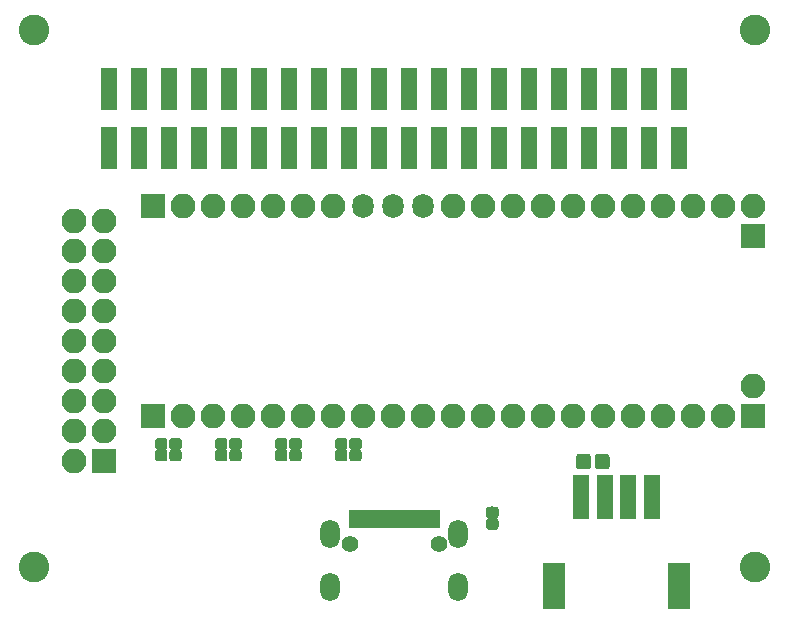
<source format=gts>
G04 #@! TF.GenerationSoftware,KiCad,Pcbnew,(5.0.0)*
G04 #@! TF.CreationDate,2020-06-15T03:47:07+09:00*
G04 #@! TF.ProjectId,WioTerminal_TangNano,57696F5465726D696E616C5F54616E67,rev?*
G04 #@! TF.SameCoordinates,Original*
G04 #@! TF.FileFunction,Soldermask,Top*
G04 #@! TF.FilePolarity,Negative*
%FSLAX46Y46*%
G04 Gerber Fmt 4.6, Leading zero omitted, Abs format (unit mm)*
G04 Created by KiCad (PCBNEW (5.0.0)) date 06/15/20 03:47:07*
%MOMM*%
%LPD*%
G01*
G04 APERTURE LIST*
%ADD10R,1.400000X3.800000*%
%ADD11R,1.900000X4.000000*%
%ADD12C,0.100000*%
%ADD13C,1.275000*%
%ADD14R,0.620000X1.600000*%
%ADD15C,1.400000*%
%ADD16O,1.650000X2.400000*%
%ADD17C,0.990000*%
%ADD18C,2.600000*%
%ADD19R,1.400000X3.550000*%
%ADD20O,2.100000X2.100000*%
%ADD21O,1.800000X2.100000*%
%ADD22R,2.100000X2.100000*%
G04 APERTURE END LIST*
D10*
G04 #@! TO.C,J3*
X55800000Y9450000D03*
X53800000Y9450000D03*
X51800000Y9450000D03*
X49800000Y9450000D03*
D11*
X47500000Y1950000D03*
X58100000Y1950000D03*
G04 #@! TD*
D12*
G04 #@! TO.C,C12*
G36*
X50362493Y13123465D02*
X50393435Y13118875D01*
X50423778Y13111275D01*
X50453230Y13100737D01*
X50481508Y13087362D01*
X50508338Y13071281D01*
X50533463Y13052647D01*
X50556640Y13031640D01*
X50577647Y13008463D01*
X50596281Y12983338D01*
X50612362Y12956508D01*
X50625737Y12928230D01*
X50636275Y12898778D01*
X50643875Y12868435D01*
X50648465Y12837493D01*
X50650000Y12806250D01*
X50650000Y12093750D01*
X50648465Y12062507D01*
X50643875Y12031565D01*
X50636275Y12001222D01*
X50625737Y11971770D01*
X50612362Y11943492D01*
X50596281Y11916662D01*
X50577647Y11891537D01*
X50556640Y11868360D01*
X50533463Y11847353D01*
X50508338Y11828719D01*
X50481508Y11812638D01*
X50453230Y11799263D01*
X50423778Y11788725D01*
X50393435Y11781125D01*
X50362493Y11776535D01*
X50331250Y11775000D01*
X49693750Y11775000D01*
X49662507Y11776535D01*
X49631565Y11781125D01*
X49601222Y11788725D01*
X49571770Y11799263D01*
X49543492Y11812638D01*
X49516662Y11828719D01*
X49491537Y11847353D01*
X49468360Y11868360D01*
X49447353Y11891537D01*
X49428719Y11916662D01*
X49412638Y11943492D01*
X49399263Y11971770D01*
X49388725Y12001222D01*
X49381125Y12031565D01*
X49376535Y12062507D01*
X49375000Y12093750D01*
X49375000Y12806250D01*
X49376535Y12837493D01*
X49381125Y12868435D01*
X49388725Y12898778D01*
X49399263Y12928230D01*
X49412638Y12956508D01*
X49428719Y12983338D01*
X49447353Y13008463D01*
X49468360Y13031640D01*
X49491537Y13052647D01*
X49516662Y13071281D01*
X49543492Y13087362D01*
X49571770Y13100737D01*
X49601222Y13111275D01*
X49631565Y13118875D01*
X49662507Y13123465D01*
X49693750Y13125000D01*
X50331250Y13125000D01*
X50362493Y13123465D01*
X50362493Y13123465D01*
G37*
D13*
X50012500Y12450000D03*
D12*
G36*
X51937493Y13123465D02*
X51968435Y13118875D01*
X51998778Y13111275D01*
X52028230Y13100737D01*
X52056508Y13087362D01*
X52083338Y13071281D01*
X52108463Y13052647D01*
X52131640Y13031640D01*
X52152647Y13008463D01*
X52171281Y12983338D01*
X52187362Y12956508D01*
X52200737Y12928230D01*
X52211275Y12898778D01*
X52218875Y12868435D01*
X52223465Y12837493D01*
X52225000Y12806250D01*
X52225000Y12093750D01*
X52223465Y12062507D01*
X52218875Y12031565D01*
X52211275Y12001222D01*
X52200737Y11971770D01*
X52187362Y11943492D01*
X52171281Y11916662D01*
X52152647Y11891537D01*
X52131640Y11868360D01*
X52108463Y11847353D01*
X52083338Y11828719D01*
X52056508Y11812638D01*
X52028230Y11799263D01*
X51998778Y11788725D01*
X51968435Y11781125D01*
X51937493Y11776535D01*
X51906250Y11775000D01*
X51268750Y11775000D01*
X51237507Y11776535D01*
X51206565Y11781125D01*
X51176222Y11788725D01*
X51146770Y11799263D01*
X51118492Y11812638D01*
X51091662Y11828719D01*
X51066537Y11847353D01*
X51043360Y11868360D01*
X51022353Y11891537D01*
X51003719Y11916662D01*
X50987638Y11943492D01*
X50974263Y11971770D01*
X50963725Y12001222D01*
X50956125Y12031565D01*
X50951535Y12062507D01*
X50950000Y12093750D01*
X50950000Y12806250D01*
X50951535Y12837493D01*
X50956125Y12868435D01*
X50963725Y12898778D01*
X50974263Y12928230D01*
X50987638Y12956508D01*
X51003719Y12983338D01*
X51022353Y13008463D01*
X51043360Y13031640D01*
X51066537Y13052647D01*
X51091662Y13071281D01*
X51118492Y13087362D01*
X51146770Y13100737D01*
X51176222Y13111275D01*
X51206565Y13118875D01*
X51237507Y13123465D01*
X51268750Y13125000D01*
X51906250Y13125000D01*
X51937493Y13123465D01*
X51937493Y13123465D01*
G37*
D13*
X51587500Y12450000D03*
G04 #@! TD*
D14*
G04 #@! TO.C,J8*
X30400000Y7600000D03*
X30800000Y7600000D03*
X31200000Y7600000D03*
X31600000Y7600000D03*
X32000000Y7600000D03*
X32400000Y7600000D03*
X32800000Y7600000D03*
X33200000Y7600000D03*
X33600000Y7600000D03*
X34000000Y7600000D03*
X34400000Y7600000D03*
X34800000Y7600000D03*
X35200000Y7600000D03*
X35600000Y7600000D03*
X36000000Y7600000D03*
X36400000Y7600000D03*
X36800000Y7600000D03*
X37200000Y7600000D03*
X37600000Y7600000D03*
D15*
X37750000Y5500000D03*
X30250000Y5500000D03*
D16*
X28575000Y6300000D03*
X39425000Y6300000D03*
X28575000Y1800000D03*
X39425000Y1800000D03*
G04 #@! TD*
D12*
G04 #@! TO.C,R5*
G36*
X31006759Y13458808D02*
X31030785Y13455244D01*
X31054345Y13449343D01*
X31077214Y13441160D01*
X31099171Y13430776D01*
X31120004Y13418289D01*
X31139512Y13403820D01*
X31157509Y13387509D01*
X31173820Y13369512D01*
X31188289Y13350004D01*
X31200776Y13329171D01*
X31211160Y13307214D01*
X31219343Y13284345D01*
X31225244Y13260785D01*
X31228808Y13236759D01*
X31230000Y13212500D01*
X31230000Y12717500D01*
X31228808Y12693241D01*
X31225244Y12669215D01*
X31219343Y12645655D01*
X31211160Y12622786D01*
X31200776Y12600829D01*
X31188289Y12579996D01*
X31173820Y12560488D01*
X31157509Y12542491D01*
X31139512Y12526180D01*
X31120004Y12511711D01*
X31099171Y12499224D01*
X31077214Y12488840D01*
X31054345Y12480657D01*
X31030785Y12474756D01*
X31006759Y12471192D01*
X30982500Y12470000D01*
X30437500Y12470000D01*
X30413241Y12471192D01*
X30389215Y12474756D01*
X30365655Y12480657D01*
X30342786Y12488840D01*
X30320829Y12499224D01*
X30299996Y12511711D01*
X30280488Y12526180D01*
X30262491Y12542491D01*
X30246180Y12560488D01*
X30231711Y12579996D01*
X30219224Y12600829D01*
X30208840Y12622786D01*
X30200657Y12645655D01*
X30194756Y12669215D01*
X30191192Y12693241D01*
X30190000Y12717500D01*
X30190000Y13212500D01*
X30191192Y13236759D01*
X30194756Y13260785D01*
X30200657Y13284345D01*
X30208840Y13307214D01*
X30219224Y13329171D01*
X30231711Y13350004D01*
X30246180Y13369512D01*
X30262491Y13387509D01*
X30280488Y13403820D01*
X30299996Y13418289D01*
X30320829Y13430776D01*
X30342786Y13441160D01*
X30365655Y13449343D01*
X30389215Y13455244D01*
X30413241Y13458808D01*
X30437500Y13460000D01*
X30982500Y13460000D01*
X31006759Y13458808D01*
X31006759Y13458808D01*
G37*
D17*
X30710000Y12965000D03*
D12*
G36*
X31006759Y14428808D02*
X31030785Y14425244D01*
X31054345Y14419343D01*
X31077214Y14411160D01*
X31099171Y14400776D01*
X31120004Y14388289D01*
X31139512Y14373820D01*
X31157509Y14357509D01*
X31173820Y14339512D01*
X31188289Y14320004D01*
X31200776Y14299171D01*
X31211160Y14277214D01*
X31219343Y14254345D01*
X31225244Y14230785D01*
X31228808Y14206759D01*
X31230000Y14182500D01*
X31230000Y13687500D01*
X31228808Y13663241D01*
X31225244Y13639215D01*
X31219343Y13615655D01*
X31211160Y13592786D01*
X31200776Y13570829D01*
X31188289Y13549996D01*
X31173820Y13530488D01*
X31157509Y13512491D01*
X31139512Y13496180D01*
X31120004Y13481711D01*
X31099171Y13469224D01*
X31077214Y13458840D01*
X31054345Y13450657D01*
X31030785Y13444756D01*
X31006759Y13441192D01*
X30982500Y13440000D01*
X30437500Y13440000D01*
X30413241Y13441192D01*
X30389215Y13444756D01*
X30365655Y13450657D01*
X30342786Y13458840D01*
X30320829Y13469224D01*
X30299996Y13481711D01*
X30280488Y13496180D01*
X30262491Y13512491D01*
X30246180Y13530488D01*
X30231711Y13549996D01*
X30219224Y13570829D01*
X30208840Y13592786D01*
X30200657Y13615655D01*
X30194756Y13639215D01*
X30191192Y13663241D01*
X30190000Y13687500D01*
X30190000Y14182500D01*
X30191192Y14206759D01*
X30194756Y14230785D01*
X30200657Y14254345D01*
X30208840Y14277214D01*
X30219224Y14299171D01*
X30231711Y14320004D01*
X30246180Y14339512D01*
X30262491Y14357509D01*
X30280488Y14373820D01*
X30299996Y14388289D01*
X30320829Y14400776D01*
X30342786Y14411160D01*
X30365655Y14419343D01*
X30389215Y14425244D01*
X30413241Y14428808D01*
X30437500Y14430000D01*
X30982500Y14430000D01*
X31006759Y14428808D01*
X31006759Y14428808D01*
G37*
D17*
X30710000Y13935000D03*
G04 #@! TD*
D12*
G04 #@! TO.C,R6*
G36*
X29806759Y14428808D02*
X29830785Y14425244D01*
X29854345Y14419343D01*
X29877214Y14411160D01*
X29899171Y14400776D01*
X29920004Y14388289D01*
X29939512Y14373820D01*
X29957509Y14357509D01*
X29973820Y14339512D01*
X29988289Y14320004D01*
X30000776Y14299171D01*
X30011160Y14277214D01*
X30019343Y14254345D01*
X30025244Y14230785D01*
X30028808Y14206759D01*
X30030000Y14182500D01*
X30030000Y13687500D01*
X30028808Y13663241D01*
X30025244Y13639215D01*
X30019343Y13615655D01*
X30011160Y13592786D01*
X30000776Y13570829D01*
X29988289Y13549996D01*
X29973820Y13530488D01*
X29957509Y13512491D01*
X29939512Y13496180D01*
X29920004Y13481711D01*
X29899171Y13469224D01*
X29877214Y13458840D01*
X29854345Y13450657D01*
X29830785Y13444756D01*
X29806759Y13441192D01*
X29782500Y13440000D01*
X29237500Y13440000D01*
X29213241Y13441192D01*
X29189215Y13444756D01*
X29165655Y13450657D01*
X29142786Y13458840D01*
X29120829Y13469224D01*
X29099996Y13481711D01*
X29080488Y13496180D01*
X29062491Y13512491D01*
X29046180Y13530488D01*
X29031711Y13549996D01*
X29019224Y13570829D01*
X29008840Y13592786D01*
X29000657Y13615655D01*
X28994756Y13639215D01*
X28991192Y13663241D01*
X28990000Y13687500D01*
X28990000Y14182500D01*
X28991192Y14206759D01*
X28994756Y14230785D01*
X29000657Y14254345D01*
X29008840Y14277214D01*
X29019224Y14299171D01*
X29031711Y14320004D01*
X29046180Y14339512D01*
X29062491Y14357509D01*
X29080488Y14373820D01*
X29099996Y14388289D01*
X29120829Y14400776D01*
X29142786Y14411160D01*
X29165655Y14419343D01*
X29189215Y14425244D01*
X29213241Y14428808D01*
X29237500Y14430000D01*
X29782500Y14430000D01*
X29806759Y14428808D01*
X29806759Y14428808D01*
G37*
D17*
X29510000Y13935000D03*
D12*
G36*
X29806759Y13458808D02*
X29830785Y13455244D01*
X29854345Y13449343D01*
X29877214Y13441160D01*
X29899171Y13430776D01*
X29920004Y13418289D01*
X29939512Y13403820D01*
X29957509Y13387509D01*
X29973820Y13369512D01*
X29988289Y13350004D01*
X30000776Y13329171D01*
X30011160Y13307214D01*
X30019343Y13284345D01*
X30025244Y13260785D01*
X30028808Y13236759D01*
X30030000Y13212500D01*
X30030000Y12717500D01*
X30028808Y12693241D01*
X30025244Y12669215D01*
X30019343Y12645655D01*
X30011160Y12622786D01*
X30000776Y12600829D01*
X29988289Y12579996D01*
X29973820Y12560488D01*
X29957509Y12542491D01*
X29939512Y12526180D01*
X29920004Y12511711D01*
X29899171Y12499224D01*
X29877214Y12488840D01*
X29854345Y12480657D01*
X29830785Y12474756D01*
X29806759Y12471192D01*
X29782500Y12470000D01*
X29237500Y12470000D01*
X29213241Y12471192D01*
X29189215Y12474756D01*
X29165655Y12480657D01*
X29142786Y12488840D01*
X29120829Y12499224D01*
X29099996Y12511711D01*
X29080488Y12526180D01*
X29062491Y12542491D01*
X29046180Y12560488D01*
X29031711Y12579996D01*
X29019224Y12600829D01*
X29008840Y12622786D01*
X29000657Y12645655D01*
X28994756Y12669215D01*
X28991192Y12693241D01*
X28990000Y12717500D01*
X28990000Y13212500D01*
X28991192Y13236759D01*
X28994756Y13260785D01*
X29000657Y13284345D01*
X29008840Y13307214D01*
X29019224Y13329171D01*
X29031711Y13350004D01*
X29046180Y13369512D01*
X29062491Y13387509D01*
X29080488Y13403820D01*
X29099996Y13418289D01*
X29120829Y13430776D01*
X29142786Y13441160D01*
X29165655Y13449343D01*
X29189215Y13455244D01*
X29213241Y13458808D01*
X29237500Y13460000D01*
X29782500Y13460000D01*
X29806759Y13458808D01*
X29806759Y13458808D01*
G37*
D17*
X29510000Y12965000D03*
G04 #@! TD*
D12*
G04 #@! TO.C,R7*
G36*
X25926759Y14428808D02*
X25950785Y14425244D01*
X25974345Y14419343D01*
X25997214Y14411160D01*
X26019171Y14400776D01*
X26040004Y14388289D01*
X26059512Y14373820D01*
X26077509Y14357509D01*
X26093820Y14339512D01*
X26108289Y14320004D01*
X26120776Y14299171D01*
X26131160Y14277214D01*
X26139343Y14254345D01*
X26145244Y14230785D01*
X26148808Y14206759D01*
X26150000Y14182500D01*
X26150000Y13687500D01*
X26148808Y13663241D01*
X26145244Y13639215D01*
X26139343Y13615655D01*
X26131160Y13592786D01*
X26120776Y13570829D01*
X26108289Y13549996D01*
X26093820Y13530488D01*
X26077509Y13512491D01*
X26059512Y13496180D01*
X26040004Y13481711D01*
X26019171Y13469224D01*
X25997214Y13458840D01*
X25974345Y13450657D01*
X25950785Y13444756D01*
X25926759Y13441192D01*
X25902500Y13440000D01*
X25357500Y13440000D01*
X25333241Y13441192D01*
X25309215Y13444756D01*
X25285655Y13450657D01*
X25262786Y13458840D01*
X25240829Y13469224D01*
X25219996Y13481711D01*
X25200488Y13496180D01*
X25182491Y13512491D01*
X25166180Y13530488D01*
X25151711Y13549996D01*
X25139224Y13570829D01*
X25128840Y13592786D01*
X25120657Y13615655D01*
X25114756Y13639215D01*
X25111192Y13663241D01*
X25110000Y13687500D01*
X25110000Y14182500D01*
X25111192Y14206759D01*
X25114756Y14230785D01*
X25120657Y14254345D01*
X25128840Y14277214D01*
X25139224Y14299171D01*
X25151711Y14320004D01*
X25166180Y14339512D01*
X25182491Y14357509D01*
X25200488Y14373820D01*
X25219996Y14388289D01*
X25240829Y14400776D01*
X25262786Y14411160D01*
X25285655Y14419343D01*
X25309215Y14425244D01*
X25333241Y14428808D01*
X25357500Y14430000D01*
X25902500Y14430000D01*
X25926759Y14428808D01*
X25926759Y14428808D01*
G37*
D17*
X25630000Y13935000D03*
D12*
G36*
X25926759Y13458808D02*
X25950785Y13455244D01*
X25974345Y13449343D01*
X25997214Y13441160D01*
X26019171Y13430776D01*
X26040004Y13418289D01*
X26059512Y13403820D01*
X26077509Y13387509D01*
X26093820Y13369512D01*
X26108289Y13350004D01*
X26120776Y13329171D01*
X26131160Y13307214D01*
X26139343Y13284345D01*
X26145244Y13260785D01*
X26148808Y13236759D01*
X26150000Y13212500D01*
X26150000Y12717500D01*
X26148808Y12693241D01*
X26145244Y12669215D01*
X26139343Y12645655D01*
X26131160Y12622786D01*
X26120776Y12600829D01*
X26108289Y12579996D01*
X26093820Y12560488D01*
X26077509Y12542491D01*
X26059512Y12526180D01*
X26040004Y12511711D01*
X26019171Y12499224D01*
X25997214Y12488840D01*
X25974345Y12480657D01*
X25950785Y12474756D01*
X25926759Y12471192D01*
X25902500Y12470000D01*
X25357500Y12470000D01*
X25333241Y12471192D01*
X25309215Y12474756D01*
X25285655Y12480657D01*
X25262786Y12488840D01*
X25240829Y12499224D01*
X25219996Y12511711D01*
X25200488Y12526180D01*
X25182491Y12542491D01*
X25166180Y12560488D01*
X25151711Y12579996D01*
X25139224Y12600829D01*
X25128840Y12622786D01*
X25120657Y12645655D01*
X25114756Y12669215D01*
X25111192Y12693241D01*
X25110000Y12717500D01*
X25110000Y13212500D01*
X25111192Y13236759D01*
X25114756Y13260785D01*
X25120657Y13284345D01*
X25128840Y13307214D01*
X25139224Y13329171D01*
X25151711Y13350004D01*
X25166180Y13369512D01*
X25182491Y13387509D01*
X25200488Y13403820D01*
X25219996Y13418289D01*
X25240829Y13430776D01*
X25262786Y13441160D01*
X25285655Y13449343D01*
X25309215Y13455244D01*
X25333241Y13458808D01*
X25357500Y13460000D01*
X25902500Y13460000D01*
X25926759Y13458808D01*
X25926759Y13458808D01*
G37*
D17*
X25630000Y12965000D03*
G04 #@! TD*
D12*
G04 #@! TO.C,R8*
G36*
X24726759Y13458808D02*
X24750785Y13455244D01*
X24774345Y13449343D01*
X24797214Y13441160D01*
X24819171Y13430776D01*
X24840004Y13418289D01*
X24859512Y13403820D01*
X24877509Y13387509D01*
X24893820Y13369512D01*
X24908289Y13350004D01*
X24920776Y13329171D01*
X24931160Y13307214D01*
X24939343Y13284345D01*
X24945244Y13260785D01*
X24948808Y13236759D01*
X24950000Y13212500D01*
X24950000Y12717500D01*
X24948808Y12693241D01*
X24945244Y12669215D01*
X24939343Y12645655D01*
X24931160Y12622786D01*
X24920776Y12600829D01*
X24908289Y12579996D01*
X24893820Y12560488D01*
X24877509Y12542491D01*
X24859512Y12526180D01*
X24840004Y12511711D01*
X24819171Y12499224D01*
X24797214Y12488840D01*
X24774345Y12480657D01*
X24750785Y12474756D01*
X24726759Y12471192D01*
X24702500Y12470000D01*
X24157500Y12470000D01*
X24133241Y12471192D01*
X24109215Y12474756D01*
X24085655Y12480657D01*
X24062786Y12488840D01*
X24040829Y12499224D01*
X24019996Y12511711D01*
X24000488Y12526180D01*
X23982491Y12542491D01*
X23966180Y12560488D01*
X23951711Y12579996D01*
X23939224Y12600829D01*
X23928840Y12622786D01*
X23920657Y12645655D01*
X23914756Y12669215D01*
X23911192Y12693241D01*
X23910000Y12717500D01*
X23910000Y13212500D01*
X23911192Y13236759D01*
X23914756Y13260785D01*
X23920657Y13284345D01*
X23928840Y13307214D01*
X23939224Y13329171D01*
X23951711Y13350004D01*
X23966180Y13369512D01*
X23982491Y13387509D01*
X24000488Y13403820D01*
X24019996Y13418289D01*
X24040829Y13430776D01*
X24062786Y13441160D01*
X24085655Y13449343D01*
X24109215Y13455244D01*
X24133241Y13458808D01*
X24157500Y13460000D01*
X24702500Y13460000D01*
X24726759Y13458808D01*
X24726759Y13458808D01*
G37*
D17*
X24430000Y12965000D03*
D12*
G36*
X24726759Y14428808D02*
X24750785Y14425244D01*
X24774345Y14419343D01*
X24797214Y14411160D01*
X24819171Y14400776D01*
X24840004Y14388289D01*
X24859512Y14373820D01*
X24877509Y14357509D01*
X24893820Y14339512D01*
X24908289Y14320004D01*
X24920776Y14299171D01*
X24931160Y14277214D01*
X24939343Y14254345D01*
X24945244Y14230785D01*
X24948808Y14206759D01*
X24950000Y14182500D01*
X24950000Y13687500D01*
X24948808Y13663241D01*
X24945244Y13639215D01*
X24939343Y13615655D01*
X24931160Y13592786D01*
X24920776Y13570829D01*
X24908289Y13549996D01*
X24893820Y13530488D01*
X24877509Y13512491D01*
X24859512Y13496180D01*
X24840004Y13481711D01*
X24819171Y13469224D01*
X24797214Y13458840D01*
X24774345Y13450657D01*
X24750785Y13444756D01*
X24726759Y13441192D01*
X24702500Y13440000D01*
X24157500Y13440000D01*
X24133241Y13441192D01*
X24109215Y13444756D01*
X24085655Y13450657D01*
X24062786Y13458840D01*
X24040829Y13469224D01*
X24019996Y13481711D01*
X24000488Y13496180D01*
X23982491Y13512491D01*
X23966180Y13530488D01*
X23951711Y13549996D01*
X23939224Y13570829D01*
X23928840Y13592786D01*
X23920657Y13615655D01*
X23914756Y13639215D01*
X23911192Y13663241D01*
X23910000Y13687500D01*
X23910000Y14182500D01*
X23911192Y14206759D01*
X23914756Y14230785D01*
X23920657Y14254345D01*
X23928840Y14277214D01*
X23939224Y14299171D01*
X23951711Y14320004D01*
X23966180Y14339512D01*
X23982491Y14357509D01*
X24000488Y14373820D01*
X24019996Y14388289D01*
X24040829Y14400776D01*
X24062786Y14411160D01*
X24085655Y14419343D01*
X24109215Y14425244D01*
X24133241Y14428808D01*
X24157500Y14430000D01*
X24702500Y14430000D01*
X24726759Y14428808D01*
X24726759Y14428808D01*
G37*
D17*
X24430000Y13935000D03*
G04 #@! TD*
D12*
G04 #@! TO.C,R9*
G36*
X20846759Y14428808D02*
X20870785Y14425244D01*
X20894345Y14419343D01*
X20917214Y14411160D01*
X20939171Y14400776D01*
X20960004Y14388289D01*
X20979512Y14373820D01*
X20997509Y14357509D01*
X21013820Y14339512D01*
X21028289Y14320004D01*
X21040776Y14299171D01*
X21051160Y14277214D01*
X21059343Y14254345D01*
X21065244Y14230785D01*
X21068808Y14206759D01*
X21070000Y14182500D01*
X21070000Y13687500D01*
X21068808Y13663241D01*
X21065244Y13639215D01*
X21059343Y13615655D01*
X21051160Y13592786D01*
X21040776Y13570829D01*
X21028289Y13549996D01*
X21013820Y13530488D01*
X20997509Y13512491D01*
X20979512Y13496180D01*
X20960004Y13481711D01*
X20939171Y13469224D01*
X20917214Y13458840D01*
X20894345Y13450657D01*
X20870785Y13444756D01*
X20846759Y13441192D01*
X20822500Y13440000D01*
X20277500Y13440000D01*
X20253241Y13441192D01*
X20229215Y13444756D01*
X20205655Y13450657D01*
X20182786Y13458840D01*
X20160829Y13469224D01*
X20139996Y13481711D01*
X20120488Y13496180D01*
X20102491Y13512491D01*
X20086180Y13530488D01*
X20071711Y13549996D01*
X20059224Y13570829D01*
X20048840Y13592786D01*
X20040657Y13615655D01*
X20034756Y13639215D01*
X20031192Y13663241D01*
X20030000Y13687500D01*
X20030000Y14182500D01*
X20031192Y14206759D01*
X20034756Y14230785D01*
X20040657Y14254345D01*
X20048840Y14277214D01*
X20059224Y14299171D01*
X20071711Y14320004D01*
X20086180Y14339512D01*
X20102491Y14357509D01*
X20120488Y14373820D01*
X20139996Y14388289D01*
X20160829Y14400776D01*
X20182786Y14411160D01*
X20205655Y14419343D01*
X20229215Y14425244D01*
X20253241Y14428808D01*
X20277500Y14430000D01*
X20822500Y14430000D01*
X20846759Y14428808D01*
X20846759Y14428808D01*
G37*
D17*
X20550000Y13935000D03*
D12*
G36*
X20846759Y13458808D02*
X20870785Y13455244D01*
X20894345Y13449343D01*
X20917214Y13441160D01*
X20939171Y13430776D01*
X20960004Y13418289D01*
X20979512Y13403820D01*
X20997509Y13387509D01*
X21013820Y13369512D01*
X21028289Y13350004D01*
X21040776Y13329171D01*
X21051160Y13307214D01*
X21059343Y13284345D01*
X21065244Y13260785D01*
X21068808Y13236759D01*
X21070000Y13212500D01*
X21070000Y12717500D01*
X21068808Y12693241D01*
X21065244Y12669215D01*
X21059343Y12645655D01*
X21051160Y12622786D01*
X21040776Y12600829D01*
X21028289Y12579996D01*
X21013820Y12560488D01*
X20997509Y12542491D01*
X20979512Y12526180D01*
X20960004Y12511711D01*
X20939171Y12499224D01*
X20917214Y12488840D01*
X20894345Y12480657D01*
X20870785Y12474756D01*
X20846759Y12471192D01*
X20822500Y12470000D01*
X20277500Y12470000D01*
X20253241Y12471192D01*
X20229215Y12474756D01*
X20205655Y12480657D01*
X20182786Y12488840D01*
X20160829Y12499224D01*
X20139996Y12511711D01*
X20120488Y12526180D01*
X20102491Y12542491D01*
X20086180Y12560488D01*
X20071711Y12579996D01*
X20059224Y12600829D01*
X20048840Y12622786D01*
X20040657Y12645655D01*
X20034756Y12669215D01*
X20031192Y12693241D01*
X20030000Y12717500D01*
X20030000Y13212500D01*
X20031192Y13236759D01*
X20034756Y13260785D01*
X20040657Y13284345D01*
X20048840Y13307214D01*
X20059224Y13329171D01*
X20071711Y13350004D01*
X20086180Y13369512D01*
X20102491Y13387509D01*
X20120488Y13403820D01*
X20139996Y13418289D01*
X20160829Y13430776D01*
X20182786Y13441160D01*
X20205655Y13449343D01*
X20229215Y13455244D01*
X20253241Y13458808D01*
X20277500Y13460000D01*
X20822500Y13460000D01*
X20846759Y13458808D01*
X20846759Y13458808D01*
G37*
D17*
X20550000Y12965000D03*
G04 #@! TD*
D12*
G04 #@! TO.C,R10*
G36*
X19646759Y13458808D02*
X19670785Y13455244D01*
X19694345Y13449343D01*
X19717214Y13441160D01*
X19739171Y13430776D01*
X19760004Y13418289D01*
X19779512Y13403820D01*
X19797509Y13387509D01*
X19813820Y13369512D01*
X19828289Y13350004D01*
X19840776Y13329171D01*
X19851160Y13307214D01*
X19859343Y13284345D01*
X19865244Y13260785D01*
X19868808Y13236759D01*
X19870000Y13212500D01*
X19870000Y12717500D01*
X19868808Y12693241D01*
X19865244Y12669215D01*
X19859343Y12645655D01*
X19851160Y12622786D01*
X19840776Y12600829D01*
X19828289Y12579996D01*
X19813820Y12560488D01*
X19797509Y12542491D01*
X19779512Y12526180D01*
X19760004Y12511711D01*
X19739171Y12499224D01*
X19717214Y12488840D01*
X19694345Y12480657D01*
X19670785Y12474756D01*
X19646759Y12471192D01*
X19622500Y12470000D01*
X19077500Y12470000D01*
X19053241Y12471192D01*
X19029215Y12474756D01*
X19005655Y12480657D01*
X18982786Y12488840D01*
X18960829Y12499224D01*
X18939996Y12511711D01*
X18920488Y12526180D01*
X18902491Y12542491D01*
X18886180Y12560488D01*
X18871711Y12579996D01*
X18859224Y12600829D01*
X18848840Y12622786D01*
X18840657Y12645655D01*
X18834756Y12669215D01*
X18831192Y12693241D01*
X18830000Y12717500D01*
X18830000Y13212500D01*
X18831192Y13236759D01*
X18834756Y13260785D01*
X18840657Y13284345D01*
X18848840Y13307214D01*
X18859224Y13329171D01*
X18871711Y13350004D01*
X18886180Y13369512D01*
X18902491Y13387509D01*
X18920488Y13403820D01*
X18939996Y13418289D01*
X18960829Y13430776D01*
X18982786Y13441160D01*
X19005655Y13449343D01*
X19029215Y13455244D01*
X19053241Y13458808D01*
X19077500Y13460000D01*
X19622500Y13460000D01*
X19646759Y13458808D01*
X19646759Y13458808D01*
G37*
D17*
X19350000Y12965000D03*
D12*
G36*
X19646759Y14428808D02*
X19670785Y14425244D01*
X19694345Y14419343D01*
X19717214Y14411160D01*
X19739171Y14400776D01*
X19760004Y14388289D01*
X19779512Y14373820D01*
X19797509Y14357509D01*
X19813820Y14339512D01*
X19828289Y14320004D01*
X19840776Y14299171D01*
X19851160Y14277214D01*
X19859343Y14254345D01*
X19865244Y14230785D01*
X19868808Y14206759D01*
X19870000Y14182500D01*
X19870000Y13687500D01*
X19868808Y13663241D01*
X19865244Y13639215D01*
X19859343Y13615655D01*
X19851160Y13592786D01*
X19840776Y13570829D01*
X19828289Y13549996D01*
X19813820Y13530488D01*
X19797509Y13512491D01*
X19779512Y13496180D01*
X19760004Y13481711D01*
X19739171Y13469224D01*
X19717214Y13458840D01*
X19694345Y13450657D01*
X19670785Y13444756D01*
X19646759Y13441192D01*
X19622500Y13440000D01*
X19077500Y13440000D01*
X19053241Y13441192D01*
X19029215Y13444756D01*
X19005655Y13450657D01*
X18982786Y13458840D01*
X18960829Y13469224D01*
X18939996Y13481711D01*
X18920488Y13496180D01*
X18902491Y13512491D01*
X18886180Y13530488D01*
X18871711Y13549996D01*
X18859224Y13570829D01*
X18848840Y13592786D01*
X18840657Y13615655D01*
X18834756Y13639215D01*
X18831192Y13663241D01*
X18830000Y13687500D01*
X18830000Y14182500D01*
X18831192Y14206759D01*
X18834756Y14230785D01*
X18840657Y14254345D01*
X18848840Y14277214D01*
X18859224Y14299171D01*
X18871711Y14320004D01*
X18886180Y14339512D01*
X18902491Y14357509D01*
X18920488Y14373820D01*
X18939996Y14388289D01*
X18960829Y14400776D01*
X18982786Y14411160D01*
X19005655Y14419343D01*
X19029215Y14425244D01*
X19053241Y14428808D01*
X19077500Y14430000D01*
X19622500Y14430000D01*
X19646759Y14428808D01*
X19646759Y14428808D01*
G37*
D17*
X19350000Y13935000D03*
G04 #@! TD*
D12*
G04 #@! TO.C,R15*
G36*
X15766759Y14428808D02*
X15790785Y14425244D01*
X15814345Y14419343D01*
X15837214Y14411160D01*
X15859171Y14400776D01*
X15880004Y14388289D01*
X15899512Y14373820D01*
X15917509Y14357509D01*
X15933820Y14339512D01*
X15948289Y14320004D01*
X15960776Y14299171D01*
X15971160Y14277214D01*
X15979343Y14254345D01*
X15985244Y14230785D01*
X15988808Y14206759D01*
X15990000Y14182500D01*
X15990000Y13687500D01*
X15988808Y13663241D01*
X15985244Y13639215D01*
X15979343Y13615655D01*
X15971160Y13592786D01*
X15960776Y13570829D01*
X15948289Y13549996D01*
X15933820Y13530488D01*
X15917509Y13512491D01*
X15899512Y13496180D01*
X15880004Y13481711D01*
X15859171Y13469224D01*
X15837214Y13458840D01*
X15814345Y13450657D01*
X15790785Y13444756D01*
X15766759Y13441192D01*
X15742500Y13440000D01*
X15197500Y13440000D01*
X15173241Y13441192D01*
X15149215Y13444756D01*
X15125655Y13450657D01*
X15102786Y13458840D01*
X15080829Y13469224D01*
X15059996Y13481711D01*
X15040488Y13496180D01*
X15022491Y13512491D01*
X15006180Y13530488D01*
X14991711Y13549996D01*
X14979224Y13570829D01*
X14968840Y13592786D01*
X14960657Y13615655D01*
X14954756Y13639215D01*
X14951192Y13663241D01*
X14950000Y13687500D01*
X14950000Y14182500D01*
X14951192Y14206759D01*
X14954756Y14230785D01*
X14960657Y14254345D01*
X14968840Y14277214D01*
X14979224Y14299171D01*
X14991711Y14320004D01*
X15006180Y14339512D01*
X15022491Y14357509D01*
X15040488Y14373820D01*
X15059996Y14388289D01*
X15080829Y14400776D01*
X15102786Y14411160D01*
X15125655Y14419343D01*
X15149215Y14425244D01*
X15173241Y14428808D01*
X15197500Y14430000D01*
X15742500Y14430000D01*
X15766759Y14428808D01*
X15766759Y14428808D01*
G37*
D17*
X15470000Y13935000D03*
D12*
G36*
X15766759Y13458808D02*
X15790785Y13455244D01*
X15814345Y13449343D01*
X15837214Y13441160D01*
X15859171Y13430776D01*
X15880004Y13418289D01*
X15899512Y13403820D01*
X15917509Y13387509D01*
X15933820Y13369512D01*
X15948289Y13350004D01*
X15960776Y13329171D01*
X15971160Y13307214D01*
X15979343Y13284345D01*
X15985244Y13260785D01*
X15988808Y13236759D01*
X15990000Y13212500D01*
X15990000Y12717500D01*
X15988808Y12693241D01*
X15985244Y12669215D01*
X15979343Y12645655D01*
X15971160Y12622786D01*
X15960776Y12600829D01*
X15948289Y12579996D01*
X15933820Y12560488D01*
X15917509Y12542491D01*
X15899512Y12526180D01*
X15880004Y12511711D01*
X15859171Y12499224D01*
X15837214Y12488840D01*
X15814345Y12480657D01*
X15790785Y12474756D01*
X15766759Y12471192D01*
X15742500Y12470000D01*
X15197500Y12470000D01*
X15173241Y12471192D01*
X15149215Y12474756D01*
X15125655Y12480657D01*
X15102786Y12488840D01*
X15080829Y12499224D01*
X15059996Y12511711D01*
X15040488Y12526180D01*
X15022491Y12542491D01*
X15006180Y12560488D01*
X14991711Y12579996D01*
X14979224Y12600829D01*
X14968840Y12622786D01*
X14960657Y12645655D01*
X14954756Y12669215D01*
X14951192Y12693241D01*
X14950000Y12717500D01*
X14950000Y13212500D01*
X14951192Y13236759D01*
X14954756Y13260785D01*
X14960657Y13284345D01*
X14968840Y13307214D01*
X14979224Y13329171D01*
X14991711Y13350004D01*
X15006180Y13369512D01*
X15022491Y13387509D01*
X15040488Y13403820D01*
X15059996Y13418289D01*
X15080829Y13430776D01*
X15102786Y13441160D01*
X15125655Y13449343D01*
X15149215Y13455244D01*
X15173241Y13458808D01*
X15197500Y13460000D01*
X15742500Y13460000D01*
X15766759Y13458808D01*
X15766759Y13458808D01*
G37*
D17*
X15470000Y12965000D03*
G04 #@! TD*
D12*
G04 #@! TO.C,R16*
G36*
X14566759Y13458808D02*
X14590785Y13455244D01*
X14614345Y13449343D01*
X14637214Y13441160D01*
X14659171Y13430776D01*
X14680004Y13418289D01*
X14699512Y13403820D01*
X14717509Y13387509D01*
X14733820Y13369512D01*
X14748289Y13350004D01*
X14760776Y13329171D01*
X14771160Y13307214D01*
X14779343Y13284345D01*
X14785244Y13260785D01*
X14788808Y13236759D01*
X14790000Y13212500D01*
X14790000Y12717500D01*
X14788808Y12693241D01*
X14785244Y12669215D01*
X14779343Y12645655D01*
X14771160Y12622786D01*
X14760776Y12600829D01*
X14748289Y12579996D01*
X14733820Y12560488D01*
X14717509Y12542491D01*
X14699512Y12526180D01*
X14680004Y12511711D01*
X14659171Y12499224D01*
X14637214Y12488840D01*
X14614345Y12480657D01*
X14590785Y12474756D01*
X14566759Y12471192D01*
X14542500Y12470000D01*
X13997500Y12470000D01*
X13973241Y12471192D01*
X13949215Y12474756D01*
X13925655Y12480657D01*
X13902786Y12488840D01*
X13880829Y12499224D01*
X13859996Y12511711D01*
X13840488Y12526180D01*
X13822491Y12542491D01*
X13806180Y12560488D01*
X13791711Y12579996D01*
X13779224Y12600829D01*
X13768840Y12622786D01*
X13760657Y12645655D01*
X13754756Y12669215D01*
X13751192Y12693241D01*
X13750000Y12717500D01*
X13750000Y13212500D01*
X13751192Y13236759D01*
X13754756Y13260785D01*
X13760657Y13284345D01*
X13768840Y13307214D01*
X13779224Y13329171D01*
X13791711Y13350004D01*
X13806180Y13369512D01*
X13822491Y13387509D01*
X13840488Y13403820D01*
X13859996Y13418289D01*
X13880829Y13430776D01*
X13902786Y13441160D01*
X13925655Y13449343D01*
X13949215Y13455244D01*
X13973241Y13458808D01*
X13997500Y13460000D01*
X14542500Y13460000D01*
X14566759Y13458808D01*
X14566759Y13458808D01*
G37*
D17*
X14270000Y12965000D03*
D12*
G36*
X14566759Y14428808D02*
X14590785Y14425244D01*
X14614345Y14419343D01*
X14637214Y14411160D01*
X14659171Y14400776D01*
X14680004Y14388289D01*
X14699512Y14373820D01*
X14717509Y14357509D01*
X14733820Y14339512D01*
X14748289Y14320004D01*
X14760776Y14299171D01*
X14771160Y14277214D01*
X14779343Y14254345D01*
X14785244Y14230785D01*
X14788808Y14206759D01*
X14790000Y14182500D01*
X14790000Y13687500D01*
X14788808Y13663241D01*
X14785244Y13639215D01*
X14779343Y13615655D01*
X14771160Y13592786D01*
X14760776Y13570829D01*
X14748289Y13549996D01*
X14733820Y13530488D01*
X14717509Y13512491D01*
X14699512Y13496180D01*
X14680004Y13481711D01*
X14659171Y13469224D01*
X14637214Y13458840D01*
X14614345Y13450657D01*
X14590785Y13444756D01*
X14566759Y13441192D01*
X14542500Y13440000D01*
X13997500Y13440000D01*
X13973241Y13441192D01*
X13949215Y13444756D01*
X13925655Y13450657D01*
X13902786Y13458840D01*
X13880829Y13469224D01*
X13859996Y13481711D01*
X13840488Y13496180D01*
X13822491Y13512491D01*
X13806180Y13530488D01*
X13791711Y13549996D01*
X13779224Y13570829D01*
X13768840Y13592786D01*
X13760657Y13615655D01*
X13754756Y13639215D01*
X13751192Y13663241D01*
X13750000Y13687500D01*
X13750000Y14182500D01*
X13751192Y14206759D01*
X13754756Y14230785D01*
X13760657Y14254345D01*
X13768840Y14277214D01*
X13779224Y14299171D01*
X13791711Y14320004D01*
X13806180Y14339512D01*
X13822491Y14357509D01*
X13840488Y14373820D01*
X13859996Y14388289D01*
X13880829Y14400776D01*
X13902786Y14411160D01*
X13925655Y14419343D01*
X13949215Y14425244D01*
X13973241Y14428808D01*
X13997500Y14430000D01*
X14542500Y14430000D01*
X14566759Y14428808D01*
X14566759Y14428808D01*
G37*
D17*
X14270000Y13935000D03*
G04 #@! TD*
D12*
G04 #@! TO.C,R17*
G36*
X42596759Y8628808D02*
X42620785Y8625244D01*
X42644345Y8619343D01*
X42667214Y8611160D01*
X42689171Y8600776D01*
X42710004Y8588289D01*
X42729512Y8573820D01*
X42747509Y8557509D01*
X42763820Y8539512D01*
X42778289Y8520004D01*
X42790776Y8499171D01*
X42801160Y8477214D01*
X42809343Y8454345D01*
X42815244Y8430785D01*
X42818808Y8406759D01*
X42820000Y8382500D01*
X42820000Y7887500D01*
X42818808Y7863241D01*
X42815244Y7839215D01*
X42809343Y7815655D01*
X42801160Y7792786D01*
X42790776Y7770829D01*
X42778289Y7749996D01*
X42763820Y7730488D01*
X42747509Y7712491D01*
X42729512Y7696180D01*
X42710004Y7681711D01*
X42689171Y7669224D01*
X42667214Y7658840D01*
X42644345Y7650657D01*
X42620785Y7644756D01*
X42596759Y7641192D01*
X42572500Y7640000D01*
X42027500Y7640000D01*
X42003241Y7641192D01*
X41979215Y7644756D01*
X41955655Y7650657D01*
X41932786Y7658840D01*
X41910829Y7669224D01*
X41889996Y7681711D01*
X41870488Y7696180D01*
X41852491Y7712491D01*
X41836180Y7730488D01*
X41821711Y7749996D01*
X41809224Y7770829D01*
X41798840Y7792786D01*
X41790657Y7815655D01*
X41784756Y7839215D01*
X41781192Y7863241D01*
X41780000Y7887500D01*
X41780000Y8382500D01*
X41781192Y8406759D01*
X41784756Y8430785D01*
X41790657Y8454345D01*
X41798840Y8477214D01*
X41809224Y8499171D01*
X41821711Y8520004D01*
X41836180Y8539512D01*
X41852491Y8557509D01*
X41870488Y8573820D01*
X41889996Y8588289D01*
X41910829Y8600776D01*
X41932786Y8611160D01*
X41955655Y8619343D01*
X41979215Y8625244D01*
X42003241Y8628808D01*
X42027500Y8630000D01*
X42572500Y8630000D01*
X42596759Y8628808D01*
X42596759Y8628808D01*
G37*
D17*
X42300000Y8135000D03*
D12*
G36*
X42596759Y7658808D02*
X42620785Y7655244D01*
X42644345Y7649343D01*
X42667214Y7641160D01*
X42689171Y7630776D01*
X42710004Y7618289D01*
X42729512Y7603820D01*
X42747509Y7587509D01*
X42763820Y7569512D01*
X42778289Y7550004D01*
X42790776Y7529171D01*
X42801160Y7507214D01*
X42809343Y7484345D01*
X42815244Y7460785D01*
X42818808Y7436759D01*
X42820000Y7412500D01*
X42820000Y6917500D01*
X42818808Y6893241D01*
X42815244Y6869215D01*
X42809343Y6845655D01*
X42801160Y6822786D01*
X42790776Y6800829D01*
X42778289Y6779996D01*
X42763820Y6760488D01*
X42747509Y6742491D01*
X42729512Y6726180D01*
X42710004Y6711711D01*
X42689171Y6699224D01*
X42667214Y6688840D01*
X42644345Y6680657D01*
X42620785Y6674756D01*
X42596759Y6671192D01*
X42572500Y6670000D01*
X42027500Y6670000D01*
X42003241Y6671192D01*
X41979215Y6674756D01*
X41955655Y6680657D01*
X41932786Y6688840D01*
X41910829Y6699224D01*
X41889996Y6711711D01*
X41870488Y6726180D01*
X41852491Y6742491D01*
X41836180Y6760488D01*
X41821711Y6779996D01*
X41809224Y6800829D01*
X41798840Y6822786D01*
X41790657Y6845655D01*
X41784756Y6869215D01*
X41781192Y6893241D01*
X41780000Y6917500D01*
X41780000Y7412500D01*
X41781192Y7436759D01*
X41784756Y7460785D01*
X41790657Y7484345D01*
X41798840Y7507214D01*
X41809224Y7529171D01*
X41821711Y7550004D01*
X41836180Y7569512D01*
X41852491Y7587509D01*
X41870488Y7603820D01*
X41889996Y7618289D01*
X41910829Y7630776D01*
X41932786Y7641160D01*
X41955655Y7649343D01*
X41979215Y7655244D01*
X42003241Y7658808D01*
X42027500Y7660000D01*
X42572500Y7660000D01*
X42596759Y7658808D01*
X42596759Y7658808D01*
G37*
D17*
X42300000Y7165000D03*
G04 #@! TD*
D18*
G04 #@! TO.C,MH1*
X3500000Y3500000D03*
G04 #@! TD*
G04 #@! TO.C,MH2*
X64500000Y3500000D03*
G04 #@! TD*
G04 #@! TO.C,MH3*
X64500000Y49000000D03*
G04 #@! TD*
G04 #@! TO.C,MH4*
X3500000Y49000000D03*
G04 #@! TD*
D19*
G04 #@! TO.C,J1*
X9870000Y38975000D03*
X9870000Y44025000D03*
X12410000Y38975000D03*
X12410000Y44025000D03*
X14950000Y38975000D03*
X14950000Y44025000D03*
X17490000Y38975000D03*
X17490000Y44025000D03*
X20030000Y38975000D03*
X20030000Y44025000D03*
X22570000Y38975000D03*
X22570000Y44025000D03*
X25110000Y38975000D03*
X25110000Y44025000D03*
X27650000Y38975000D03*
X27650000Y44025000D03*
X30190000Y38975000D03*
X30190000Y44025000D03*
X32730000Y38975000D03*
X32730000Y44025000D03*
X35270000Y38975000D03*
X35270000Y44025000D03*
X37810000Y38975000D03*
X37810000Y44025000D03*
X40350000Y38975000D03*
X40350000Y44025000D03*
X42890000Y38975000D03*
X42890000Y44025000D03*
X45430000Y38975000D03*
X45430000Y44025000D03*
X47970000Y38975000D03*
X47970000Y44025000D03*
X50510000Y38975000D03*
X50510000Y44025000D03*
X53050000Y38975000D03*
X53050000Y44025000D03*
X55590000Y38975000D03*
X55590000Y44025000D03*
X58130000Y38975000D03*
X58130000Y44025000D03*
G04 #@! TD*
D20*
G04 #@! TO.C,J2*
X61858753Y34067358D03*
X59318753Y34067358D03*
X56778753Y34067358D03*
X54238753Y34067358D03*
X51698753Y34067358D03*
X49158753Y34067358D03*
X46618753Y34067358D03*
X44078753Y34067358D03*
X41538753Y34067358D03*
X38998753Y34067358D03*
D21*
X36458753Y34067358D03*
X33918753Y34067358D03*
X31378753Y34067358D03*
D20*
X28838753Y34067358D03*
X26298753Y34067358D03*
X23758753Y34067358D03*
X21218753Y34067358D03*
X18678753Y34067358D03*
X16138753Y34067358D03*
D22*
X13598753Y34067358D03*
G04 #@! TD*
G04 #@! TO.C,J6*
X13598753Y16287358D03*
D20*
X16138753Y16287358D03*
X18678753Y16287358D03*
X21218753Y16287358D03*
X23758753Y16287358D03*
X26298753Y16287358D03*
X28838753Y16287358D03*
X31378753Y16287358D03*
X33918753Y16287358D03*
X36458753Y16287358D03*
X38998753Y16287358D03*
X41538753Y16287358D03*
X44078753Y16287358D03*
X46618753Y16287358D03*
X49158753Y16287358D03*
X51698753Y16287358D03*
X54238753Y16287358D03*
X56778753Y16287358D03*
X59318753Y16287358D03*
X61858753Y16287358D03*
G04 #@! TD*
D22*
G04 #@! TO.C,J4*
X9440000Y12490000D03*
D20*
X6900000Y12490000D03*
X9440000Y15030000D03*
X6900000Y15030000D03*
X9440000Y17570000D03*
X6900000Y17570000D03*
X9440000Y20110000D03*
X6900000Y20110000D03*
X9440000Y22650000D03*
X6900000Y22650000D03*
X9440000Y25190000D03*
X6900000Y25190000D03*
X9440000Y27730000D03*
X6900000Y27730000D03*
X9440000Y30270000D03*
X6900000Y30270000D03*
X9440000Y32810000D03*
X6900000Y32810000D03*
G04 #@! TD*
G04 #@! TO.C,J5*
X64398753Y34067358D03*
D22*
X64398753Y31527358D03*
G04 #@! TD*
G04 #@! TO.C,J7*
X64398753Y16287358D03*
D20*
X64398753Y18827358D03*
G04 #@! TD*
M02*

</source>
